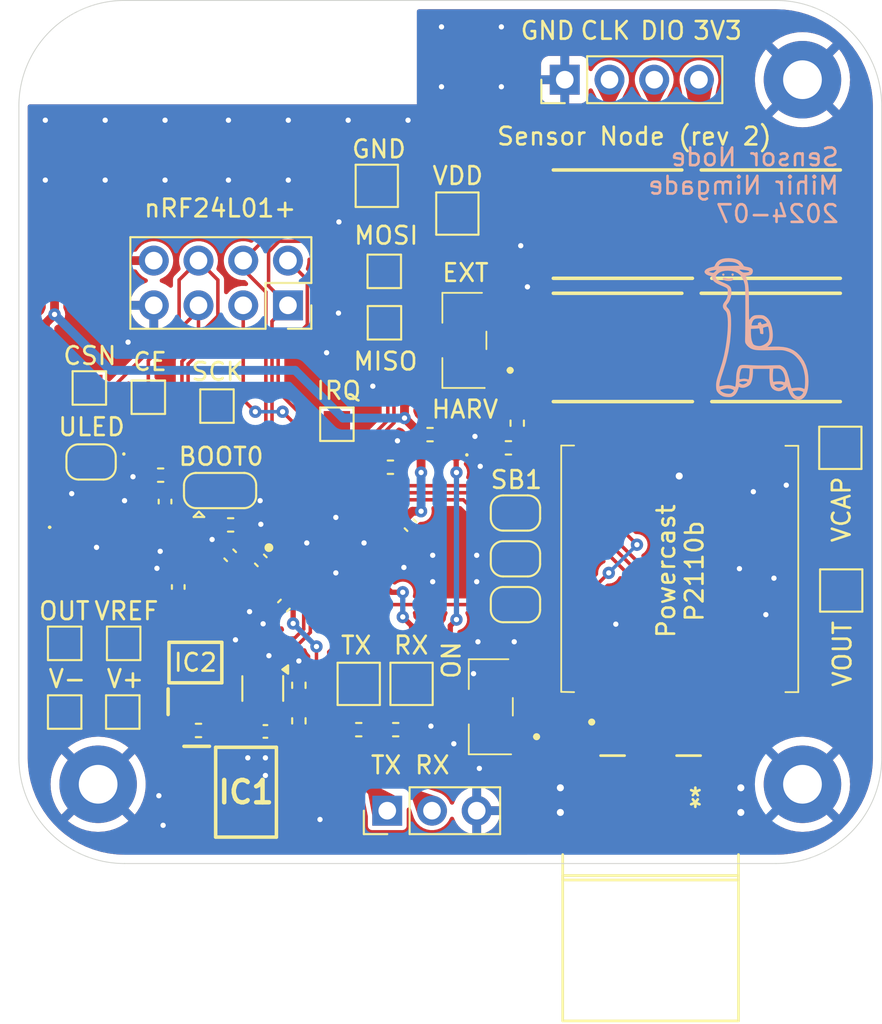
<source format=kicad_pcb>
(kicad_pcb (version 20240108) (generator "pcbnew") (generator_version "8.0")
  (layers (0 "F.Cu" signal) (31 "B.Cu" power) (34 "B.Paste" user) (35 "F.Paste" user) (36 "B.SilkS" user "B.Silkscreen") (37 "F.SilkS" user "F.Silkscreen") (38 "B.Mask" user) (39 "F.Mask" user) (44 "Edge.Cuts" user))
  (net 0 "")
  (net 1 "GND")
  (net 2 "+3.3V")
  (net 3 "/NRST")
  (net 4 "PSENSE_PLUS")
  (net 5 "PSENSE_MINUS")
  (net 6 "Net-(D2-K)")
  (net 7 "/BOOT0")
  (net 9 "NRF_CSN")
  (net 13 "USART1_RX")
  (net 16 "NRF_IRQ")
  (net 17 "NRF_SCK")
  (net 18 "NRF_MISO")
  (net 19 "Net-(JP5-B)")
  (net 20 "Net-(JP6-B)")
  (net 21 "SWCLK")
  (net 22 "Net-(JP9-B)")
  (net 23 "USART1_TX")
  (net 24 "SWDIO")
  (net 25 "NRF_MOSI")
  (net 26 "VDD")
  (net 27 "Net-(D1-A)")
  (net 28 "P2110B_RESET")
  (net 29 "P2110B_DOUT")
  (net 30 "P2110B_DSET")
  (net 33 "P2110B_INT")
  (net 35 "POWER_LED_EN")
  (net 36 "/RFIN")
  (net 37 "NRF_CE")
  (net 39 "Net-(D2-A)")
  (net 41 "/USER_LED")
  (net 42 "Net-(J4-Pin_1)")
  (net 43 "Net-(J4-Pin_2)")
  (net 44 "/VSET")
  (net 46 "VCAP")
  (net 47 "/P2110B_VOUT")
  (net 48 "Net-(JP2-C)")
  (net 49 "Net-(U4-+)")
  (net 50 "Net-(IC2-RG_2)")
  (net 51 "Net-(IC2-RG_1)")
  (net 53 "PSENSE_OUT")
  (net 54 "PSENSE_VREF")
  (footprint "TestPoint:TestPoint_Pad_2.0x2.0mm" (layer "F.Cu") (at 120.65 121.4)
    (property "Reference" "TP18" (hide yes))
    (property "Value" "~")
  )
  (footprint "Resistor_SMD:R_0402_1005Metric" (layer "F.Cu") (at 89.9 136.9 90)
    (property "Reference" "R11" (hide yes))
    (property "Value" "22k")
  )
  (footprint "Package_TO_SOT_SMD:SOT-353_SC-70-5" (layer "F.Cu") (at 87.85 135.065 -90)
    (property "Reference" "U4" (hide yes))
    (property "Value" "TLV9001IDCK")
  )
  (footprint "libtpms:P2110B" (layer "F.Cu") (at 111.53 128.269 90)
    (property "Reference" "PS1" (hide yes))
    (property "Value" "P2110B" (hide yes))
  )
  (footprint "Jumper:SolderJumper-2_P1.3mm_Open_RoundedPad1.0x1.5mm" (layer "F.Cu") (at 102.2 130.3)
    (property "Reference" "JP9" (hide yes))
    (property "Value" "DOUT_EN")
  )
  (footprint "TestPoint:TestPoint_Pad_2.0x2.0mm" (layer "F.Cu") (at 94.325 106.525)
    (property "Reference" "TP17" (hide yes))
    (property "Value" "~")
  )
  (footprint "TestPoint:TestPoint_Pad_1.5x1.5mm" (layer "F.Cu") (at 76.6 136.4)
    (property "Reference" "TP11" (hide yes))
    (property "Value" "~")
  )
  (footprint "Resistor_SMD:R_0402_1005Metric" (layer "F.Cu") (at 84.2 137.445 180)
    (property "Reference" "R13" (hide yes))
    (property "Value" "100k")
  )
  (footprint "TestPoint:TestPoint_Pad_1.5x1.5mm" (layer "F.Cu") (at 92.06 120.06)
    (property "Reference" "TP1" (hide yes))
    (property "Value" "~")
  )
  (footprint "Capacitor_SMD:C_0402_1005Metric" (layer "F.Cu") (at 96.24 125.79 -45)
    (property "Reference" "C4" (hide yes))
    (property "Value" "100n")
  )
  (footprint "Resistor_SMD:R_0402_1005Metric" (layer "F.Cu") (at 82.05 122.95 180)
    (property "Reference" "R5" (hide yes))
    (property "Value" "470R")
  )
  (footprint "Resistor_SMD:R_0402_1005Metric" (layer "F.Cu") (at 89.9 134.88 90)
    (property "Reference" "R14" (hide yes))
    (property "Value" "22k")
  )
  (footprint "libtpms:QFN50P500X500X60-33N-D" (layer "F.Cu") (at 92 126.8 45)
    (property "Reference" "U1" (hide yes))
    (property "Value" "STM32U031K8U6" (hide yes))
  )
  (footprint "Capacitor_SMD:C_0402_1005Metric" (layer "F.Cu") (at 89.05 130.35 -135)
    (property "Reference" "C2" (hide yes))
    (property "Value" "100n")
  )
  (footprint "Capacitor_SMD:C_0402_1005Metric" (layer "F.Cu") (at 87.74 127.79 135)
    (property "Reference" "C3" (hide yes))
    (property "Value" "100n")
  )
  (footprint "libtpms:TS2134035BK160SMTTR" (layer "F.Cu") (at 78.46 126.91)
    (property "Reference" "S4" (hide yes))
    (property "Value" "Pushbutton switch" (hide yes))
  )
  (footprint "Capacitor_SMD:C_0402_1005Metric" (layer "F.Cu") (at 88 137.5 180)
    (property "Reference" "C23" (hide yes))
    (property "Value" "100n")
  )
  (footprint "Capacitor_SMD:C_0402_1005Metric" (layer "F.Cu") (at 83.05 129.3 90)
    (property "Reference" "C24" (hide yes))
    (property "Value" "100n")
  )
  (footprint "Jumper:SolderJumper-2_P1.3mm_Open_RoundedPad1.0x1.5mm" (layer "F.Cu") (at 102.2 125.1)
    (property "Reference" "JP5" (hide yes))
    (property "Value" "INT_EN")
  )
  (footprint "Resistor_SMD:R_0402_1005Metric" (layer "F.Cu") (at 86.025 125.775 180)
    (property "Reference" "R1" (hide yes))
    (property "Value" "100k")
  )
  (footprint "TestPoint:TestPoint_Pad_1.5x1.5mm" (layer "F.Cu") (at 78 118)
    (property "Reference" "TP6" (hide yes))
    (property "Value" "~")
  )
  (footprint "TestPoint:TestPoint_Pad_1.5x1.5mm" (layer "F.Cu") (at 76.6 132.5)
    (property "Reference" "TP9" (hide yes))
    (property "Value" "~")
  )
  (footprint "TestPoint:TestPoint_Pad_1.5x1.5mm" (layer "F.Cu") (at 94.76 114.3)
    (property "Reference" "TP3" (hide yes))
    (property "Value" "~")
  )
  (footprint "LED_SMD:LED_0402_1005Metric" (layer "F.Cu") (at 98.35 121.8 180)
    (property "Reference" "D1" (hide yes))
    (property "Value" "LED")
  )
  (footprint "libtpms:SOP65P490X110-8N" (layer "F.Cu") (at 84.025 133.59 90)
    (property "Reference" "IC2")
    (property "Value" "AD8226ARMZ" (hide yes))
  )
  (footprint "Resistor_SMD:R_0402_1005Metric" (layer "F.Cu") (at 101.8 121.4)
    (property "Reference" "R2" (hide yes))
    (property "Value" "?")
  )
  (footprint "TestPoint:TestPoint_Pad_1.5x1.5mm" (layer "F.Cu") (at 79.95 132.5)
    (property "Reference" "TP12" (hide yes))
    (property "Value" "~")
  )
  (footprint "TestPoint:TestPoint_Pad_1.5x1.5mm" (layer "F.Cu") (at 81.35 118.525)
    (property "Reference" "TP5" (hide yes))
    (property "Value" "~")
  )
  (footprint "Resistor_SMD:R_0402_1005Metric" (layer "F.Cu") (at 97.35 120.65)
    (property "Reference" "R4" (hide yes))
    (property "Value" "470R")
  )
  (footprint "LED_SMD:LED_0402_1005Metric" (layer "F.Cu") (at 81.05 121.75)
    (property "Reference" "D2" (hide yes))
    (property "Value" "LED")
  )
  (footprint "TestPoint:TestPoint_Pad_2.0x2.0mm" (layer "F.Cu") (at 120.7 129.5)
    (property "Reference" "TP16" (hide yes))
    (property "Value" "~")
  )
  (footprint "libtpms:CAPPM7362X375N" (layer "F.Cu") (at 117 115.7)
    (property "Reference" "C8" (hide yes))
    (property "Value" "C_Polarized" (hide yes))
  )
  (footprint "Jumper:SolderJumper-2_P1.3mm_Open_RoundedPad1.0x1.5mm" (layer "F.Cu") (at 102.2 127.7)
    (property "Reference" "JP6" (hide yes))
    (property "Value" "DSET_EN")
  )
  (footprint "Resistor_SMD:R_0402_1005Metric" (layer "F.Cu") (at 102.3 120 -90)
    (property "Reference" "R3" (hide yes))
    (property "Value" "?")
  )
  (footprint "TestPoint:TestPoint_Pad_2.0x2.0mm" (layer "F.Cu") (at 96.3 134.8 -90)
    (property "Reference" "TP14" (hide yes))
    (property "Value" "~")
  )
  (footprint "Connector_PinHeader_2.54mm:PinHeader_1x04_P2.54mm_Vertical" (layer "F.Cu") (at 105 100.5 90)
    (property "Reference" "J2" (hide yes))
    (property "Value" "DEBUG_CONN")
  )
  (footprint "Resistor_SMD:R_0402_1005Metric" (layer "F.Cu") (at 95.1 122.5)
    (property "Reference" "R10" (hide yes))
    (property "Value" "1k")
  )
  (footprint "libtpms:CAPPM7362X375N" (layer "F.Cu") (at 108 115.7 180)
    (property "Reference" "C6" (hide yes))
    (property "Value" "C_Polarized" (hide yes))
  )
  (footprint "Resistor_SMD:R_0402_1005Metric" (layer "F.Cu") (at 93.3 137.4 180)
    (property "Reference" "R6" (hide yes))
    (property "Value" "220R")
  )
  (footprint "libtpms:CAPPM7362X375N" (layer "F.Cu") (at 108 108.7 180)
    (property "Reference" "C5" (hide yes))
    (property "Value" "C_Polarized" (hide yes))
  )
  (footprint "TestPoint:TestPoint_Pad_1.5x1.5mm" (layer "F.Cu") (at 85.25 119.03)
    (property "Reference" "TP2" (hide yes))
    (property "Value" "~")
  )
  (footprint "MountingHole:MountingHole_2.2mm_M2_Pad" (layer "F.Cu") (at 118.5 100.5)
    (property "Reference" "H3" (hide yes))
    (property "Value" "MountingHole" (hide yes))
  )
  (footprint "Capacitor_SMD:C_0402_1005Metric" (layer "F.Cu") (at 82.3 124.45 90)
    (property "Reference" "C22" (hide yes))
    (property "Value" "100n")
  )
  (footprint "TestPoint:TestPoint_Pad_1.5x1.5mm" (layer "F.Cu") (at 94.75 111.38)
    (property "Reference" "TP4" (hide yes))
    (property "Value" "~")
  )
  (footprint "MountingHole:MountingHole_2.2mm_M2_Pad" (layer "F.Cu") (at 118.5 140.5)
    (property "Reference" "H4" (hide yes))
    (property "Value" "MountingHole" (hide yes))
  )
  (footprint "libtpms:CONN_73251-1150_MOL" (layer "F.Cu") (at 109.875 142.404 180)
    (property "Reference" "J3" (hide yes))
    (property "Value" "SMA EDGE CONN")
  )
  (footprint "libtpms:CAPPM7362X375N" (layer "F.Cu") (at 117 108.7)
    (property "Reference" "C1" (hide yes))
    (property "Value" "C_Polarized" (hide yes))
  )
  (footprint "Connector_PinSocket_2.54mm:PinSocket_2x04_P2.54mm_Vertical" (layer "F.Cu") (at 89.28 113.31 -90)
    (property "Reference" "nRF24L01+")
    (property "Value" "NRF_CONN")
  )
  (footprint "Capacitor_SMD:C_0402_1005Metric" (layer "F.Cu") (at 86 127.5 135)
    (property "Reference" "C7" (hide yes))
    (property "Value" "10u")
  )
  (footprint "Jumper:SolderJumper-3_P1.3mm_Open_RoundedPad1.0x1.5mm" (layer "F.Cu") (at 85.425 123.825)
    (property "Reference" "JP2" (hide yes))
    (property "Value" "BOOT_SEL")
  )
  (footprint "TestPoint:TestPoint_Pad_1.5x1.5mm" (layer "F.Cu") (at 79.9 136.4)
    (property "Reference" "TP10" (hide yes))
    (property "Value" "~")
  )
  (footprint "Connector_PinHeader_2.54mm:PinHeader_1x03_P2.54mm_Vertical" (layer "F.Cu") (at 94.92 142 90)
    (property "Reference" "J4" (hide yes))
    (property "Value" "UART_CONN")
  )
  (footprint "TestPoint:TestPoint_Pad_2.0x2.0mm" (layer "F.Cu") (at 93.3 134.8 -90)
    (property "Reference" "TP13" (hide yes))
    (property "Value" "~")
  )
  (footprint "libtpms:CAS120A1" (layer "F.Cu") (at 100.8 136.1 90)
    (property "Reference" "S1" (hide yes))
    (property "Value" "CAS-120A1" (hide yes))
  )
  (footprint "MountingHole:MountingHole_2.2mm_M2_Pad" (layer "F.Cu") (at 78.5 140.5)
    (property "Reference" "H2" (hide yes))
    (property "Value" "MountingHole" (hide yes))
  )
  (footprint "TestPoint:TestPoint_Pad_2.0x2.0mm" (layer "F.Cu") (at 98.9 108.1)
    (property "Reference" "TP15" (hide yes))
    (property "Value" "~")
  )
  (footprint "libtpms:SOIC127P610X280-8N" (layer "F.Cu") (at 86.9 140.95)
    (property "Reference" "IC1")
    (property "Value" "NPP-301A-700AT" (hide yes))
  )
  (footprint "libtpms:CAS120A1" (layer "F.Cu") (at 99.3 115.3 90)
    (property "Reference" "S5" (hide yes))
    (property "Value" "CAS-120A1" (hide yes))
  )
  (footprint "Jumper:SolderJumper-2_P1.3mm_Open_RoundedPad1.0x1.5mm" (layer "F.Cu") (at 78.1 122.2)
    (property "Reference" "JP1" (hide yes))
    (property "Value" "USER_LED_EN")
  )
  (footprint "Resistor_SMD:R_0402_1005Metric" (layer "F.Cu") (at 95.4 137.4 180)
    (property "Reference" "R7" (hide yes))
    (property "Value" "220R")
  )
  (footprint "LOGO" (layer "B.Cu") (at 115.9 114.65 180)
    (property "Reference" "G***" (hide yes))
    (property "Value" "LOGO" (hide yes))
  )
  (gr_arc (start 117 96) (mid 121.242641 97.757359) (end 123 102) (stroke (width 0.05)) (layer "Edge.Cuts"))
  (gr_arc (start 122.999999 138.999999) (mid 121.24264 143.24264) (end 116.999999 144.999999) (stroke (width 0.05)) (layer "Edge.Cuts"))
  (gr_line (start 116.999999 144.999999) (end 80 145) (stroke (width 0.05)) (layer "Edge.Cuts"))
  (gr_line (start 117 96) (end 80.000001 96.000001) (stroke (width 0.05)) (layer "Edge.Cuts"))
  (gr_line (start 123 102) (end 122.999999 138.999999) (stroke (width 0.05)) (layer "Edge.Cuts"))
  (gr_line (start 74 138.999999) (end 74 102.000001) (stroke (width 0.05)) (layer "Edge.Cuts"))
  (gr_arc (start 80.000001 144.999999) (mid 75.75736 143.24264) (end 74.000001 138.999999) (stroke (width 0.05)) (layer "Edge.Cuts"))
  (gr_arc (start 74.000001 102.000001) (mid 75.75736 97.75736) (end 80.000001 96.000001) (stroke (width 0.05)) (layer "Edge.Cuts"))
  (gr_text "Sensor Node\nMihir Nimgade\n2024-07" (at 120.65 108.7 0) (layer "B.SilkS") (effects (font (size 1 1) (thickness 0.15) (bold yes)) (justify left bottom mirror)))
  (gr_text "MOSI" (at 92.95 109.93 0) (layer "F.SilkS") (effects (font (size 1 1)) (justify left bottom)))
  (gr_text "TX" (at 93.9 140 0) (layer "F.SilkS") (effects (font (size 1 1)) (justify left bottom)))
  (gr_text "RX" (at 95.2 133.2 0) (layer "F.SilkS") (effects (font (size 1 1) (thickness 0.15) (bold yes)) (justify left bottom)))
  (gr_text "DIO" (at 109.2 98.3 0) (layer "F.SilkS") (effects (font (size 1 1) (thickness 0.15) (bold yes)) (justify left bottom)))
  (gr_text "SCK" (at 83.71 117.66 0) (layer "F.SilkS") (effects (font (size 1 1) (thickness 0.15) (bold yes)) (justify left bottom)))
  (gr_text "V-" (at 75.6 135.1 0) (layer "F.SilkS") (effects (font (size 1 1) (thickness 0.15) (bold yes)) (justify left bottom)))
  (gr_text "VOUT" (at 121.35 135.05 90) (layer "F.SilkS") (effects (font (size 1 1) (thickness 0.15) (bold yes)) (justify left bottom)))
  (gr_text "TX" (at 92.2 133.2 0) (layer "F.SilkS") (effects (font (size 1 1) (thickness 0.15) (bold yes)) (justify left bottom)))
  (gr_text "3V3" (at 112.2 98.3 0) (layer "F.SilkS") (effects (font (size 1 1) (thickness 0.15) (bold yes)) (justify left bottom)))
  (gr_text "EXT" (at 97.95 112.05 0) (layer "F.SilkS") (effects (font (size 1 1)) (justify left bottom)))
  (gr_text "RX" (at 96.4 140 0) (layer "F.SilkS") (effects (font (size 1 1)) (justify left bottom)))
  (gr_text "VCAP" (at 121.3 126.85 90) (layer "F.SilkS") (effects (font (size 1 1) (thickness 0.15) (bold yes)) (justify left bottom)))
  (gr_text "CSN" (at 76.43 116.76 0) (layer "F.SilkS") (effects (font (size 1 1) (thickness 0.15) (bold yes)) (justify left bottom)))
  (gr_text "ON" (at 99.15 134.6 90) (layer "F.SilkS") (effects (font (size 1 1)) (justify left bottom)))
  (gr_text "OUT" (at 75.05 131.25 0) (layer "F.SilkS") (effects (font (size 1 1) (thickness 0.15) (bold yes)) (justify left bottom)))
  (gr_text "CE" (at 80.39 117.1 0) (layer "F.SilkS") (effects (font (size 1 1) (thickness 0.15) (bold yes)) (justify left bottom)))
  (gr_text "IRQ" (at 90.8 118.74 0) (layer "F.SilkS") (effects (font (size 1 1) (thickness 0.15) (bold yes)) (justify left bottom)))
  (gr_text "GND" (at 92.825 105.025 0) (layer "F.SilkS") (effects (font (size 1 1)) (justify left bottom)))
  (gr_text "ULED" (at 76.15 120.8 0) (layer "F.SilkS") (effects (font (size 1 1)) (justify left bottom)))
  (gr_text "CLK" (at 105.8 98.3 0) (layer "F.SilkS") (effects (font (size 1 1) (thickness 0.15) (bold yes)) (justify left bottom)))
  (gr_text "MISO" (at 92.91 117.075 0) (layer "F.SilkS") (effects (font (size 1 1)) (justify left bottom)))
  (gr_text "V+" (at 78.9 135.1 0) (layer "F.SilkS") (effects (font (size 1 1) (thickness 0.15) (bold yes)) (justify left bottom)))
  (gr_text "Sensor Node (rev 2)" (at 108.95 104.3 0) (layer "F.SilkS") (effects (font (size 1 1) (thickness 0.15) (bold yes)) (justify bottom)))
  (gr_text "SB1" (at 100.7 123.8 0) (layer "F.SilkS") (effects (font (size 1 1) (thickness 0.15) (bold yes)) (justify left bottom)))
  (gr_text "BOOT0" (at 82.98 122.48 0) (layer "F.SilkS") (effects (font (size 1 1) (thickness 0.15) (bold yes)) (justify left bottom)))
  (gr_text "VREF" (at 78.2 131.25 0) (layer "F.SilkS") (effects (font (size 1 1) (thickness 0.15) (bold yes)) (justify left bottom)))
  (gr_text "Powercast\nP2110b" (at 112.95 128.4 90) (layer "F.SilkS") (effects (font (size 1 1) (thickness 0.15) (bold yes)) (justify bottom)))
  (gr_text "VDD" (at 97.4 106.54 0) (layer "F.SilkS") (effects (font (size 1 1)) (justify left bottom)))
  (gr_text "GND" (at 102.4 98.3 0) (layer "F.SilkS") (effects (font (size 1 1) (thickness 0.15) (bold yes)) (justify left bottom)))
  (gr_text "HARV" (at 97.35 119.8 0) (layer "F.SilkS") (effects (font (size 1 1)) (justify left bottom)))
  (segment (start 89.9 134.37) (end 89.9 133.5) (width 0.5) (layer "F.Cu") (net 1))
  (segment (start 86.725 123.825) (end 87.125 123.825) (width 0.5) (layer "F.Cu") (net 1))
  (segment (start 87.975 125.975) (end 88.700127 125.975) (width 0.2) (layer "F.Cu") (net 1))
  (segment (start 87.85 133.55) (end 88.2 133.2) (width 0.2) (layer "F.Cu") (net 1))
  (segment (start 90.745 142.855) (end 89.7 142.855) (width 0.5) (layer "F.Cu") (net 1))
  (segment (start 85.10288 126.60288) (end 85.660589 127.160589) (width 0.5) (layer "F.Cu") (net 1))
  (segment (start 86.3 132.3) (end 85.365 131.365) (width 0.3) (layer "F.Cu") (net 1))
  (segment (start 87.125 123.825) (end 87.7 124.4) (width 0.5) (layer "F.Cu") (net 1))
  (segment (start 87.85 134.115) (end 87.85 133.55) (width 0.2) (layer "F.Cu") (net 1))
  (segment (start 111.5 121.314) (end 111.5 123) (width 0.5) (layer "F.Cu") (net 1))
  (segment (start 88.700127 125.975) (end 89.030152 126.305025) (width 0.2) (layer "F.Cu") (net 1))
  (segment (start 84.97212 126.60288) (end 85.10288 126.60288) (width 0.2) (layer "F.Cu") (net 1))
  (segment (start 91.1 142.5) (end 90.745 142.855) (width 0.5) (layer "F.Cu") (net 1))
  (segment (start 85.365 131.365) (end 85 131.365) (width 0.3) (layer "F.Cu") (net 1))
  (segment (start 95.864873 128.19) (end 94.969848 127.294975) (width 0.2) (layer "F.Cu") (net 1))
  (segment (start 111.53 121.284) (end 111.5 121.314) (width 0.5) (layer "F.Cu") (net 1))
  (segment (start 87.74 125.74) (end 87.975 125.975) (width 0.2) (layer "F.Cu") (net 1))
  (via (at 86.3 132.3) (size 0.7) (drill 0.3) (layers "F.Cu" "B.Cu") (net 1))
  (via (at 92.175 108.575) (size 0.7) (drill 0.3) (layers "F.Cu" "B.Cu") (net 1))
  (via (at 97.4 137.2) (size 0.7) (drill 0.3) (layers "F.Cu" "B.Cu") (net 1))
  (via (at 82.19 142.83) (size 0.7) (drill 0.3) (layers "F.Cu" "B.Cu") (net 1))
  (via (at 116.88 128.8) (size 0.7) (drill 0.3) (layers "F.Cu" "B.Cu") (net 1))
  (via (at 80 124.4) (size 0.7) (drill 0.3) (layers "F.Cu" "B.Cu") (net 1))
  (via (at 87.1 130.7) (size 0.7) (drill 0.3) (layers "F.Cu" "B.Cu") (net 1))
  (via (at 88.2 133.2) (size 0.7) (drill 0.3) (layers "F.Cu" "B.Cu") (net 1))
  (via (at 100.07 132.41) (size 0.7) (drill 0.3) (layers "F.Cu" "B.Cu") (net 1))
  (via (at 91.475 116) (size 0.7) (drill 0.3) (layers "F.Cu" "B.Cu") (net 1))
  (via (at 117.58 123.52) (size 0.7) (drill 0.3) (layers "F.Cu" "B.Cu") (net 1))
  (via (at 100.15 139.6) (size 0.7) (drill 0.3) (layers "F.Cu" "B.Cu") (net 1))
  (via (at 94.1 117.9) (size 0.7) (drill 0.3) (layers "F.Cu" "B.Cu") (net 1))
  (via (at 88 140) (size 0.7) (drill 0.3) (layers "F.Cu" "B.Cu") (net 1))
  (via (at 78.9 106.2) (size 0.7) (drill 0.3) (layers "F.Cu" "B.Cu") (net 1))
  (via (at 98.7 138.2) (size 0.7) (drill 0.3) (layers "F.Cu" "B.Cu") (net 1))
  (via (at 102.88 112.26) (size 0.7) (drill 0.3) (layers "F.Cu" "B.Cu") (net 1))
  (via (at 89.3 102.8) (size 0.7) (drill 0.3) (layers "F.Cu" "B.Cu") (net 1))
  (via (at 82.3 102.8) (size 0.7) (drill 0.3) (layers "F.Cu" "B.Cu") (net 1))
  (via (at 81.95 141.15) (size 0.7) (drill 0.3) (layers "F.Cu" "B.Cu") (net 1))
  (via (at 104.75 140.7) (size 0.9) (drill 0.4) (layers "F.Cu" "B.Cu") (net 1))
  (via (at 115.71 123.89) (size 0.7) (drill 0.3) (layers "F.Cu" "B.Cu") (net 1))
  (via (at 85.9 102.8) (size 0.7) (drill 0.3) (layers "F.Cu" "B.Cu") (net 1))
  (via (at 82.3 106.2) (size 0.7) (drill 0.3) (layers "F.Cu" "B.Cu") (net 1))
  (via (at 78.41 127.05) (size 0.7) (drill 0.3) (layers "F.Cu" "B.Cu") (net 1))
  (via (at 77 124) (size 0.7) (drill 0.3) (layers "F.Cu" "B.Cu") (net 1))
  (via (at 84.97212 126.60288) (size 0.7) (drill 0.3) (layers "F.Cu" "B.Cu") (net 1))
  (via (at 87.74 125.74) (size 0.7) (drill 0.3) (layers "F.Cu" "B.Cu") (net 1))
  (via (at 95.5 121) (size 0.7) (drill 0.3) (layers "F.Cu" "B.Cu") (net 1))
  (via (at 80.48 123.04) (size 0.7) (drill 0.3) (layers "F.Cu" "B.Cu") (net 1))
  (via (at 92 128.5) (size 0.7) (drill 0.3) (layers "F.Cu" "B.Cu") (net 1))
  (via (at 75.5 106.2) (size 0.7) (drill 0.3) (layers "F.Cu" "B.Cu") (net 1))
  (via (at 87.87 131.39) (size 0.7) (drill 0.3) (layers "F.Cu" "B.Cu") (net 1))
  (via (at 88 139) (size 0.7) (drill 0.3) (layers "F.Cu" "B.Cu") (net 1))
  (via (at 92.15 113.75) (size 0.7) (drill 0.3) (layers "F.Cu" "B.Cu") (net 1))
  (via (at 82.025 127.275) (size 0.7) (drill 0.3) (layers "F.Cu" "B.Cu") (net 1))
  (via (at 104.75 142.1) (size 0.9) (drill 0.4) (layers "F.Cu" "B.Cu") (net 1))
  (via (at 92.7 102.8) (size 0.7) (drill 0.3) (layers "F.Cu" "B.Cu") (net 1))
  (via (at 100 129) (size 0.7) (drill 0.3) (layers "F.Cu" "B.Cu") (net 1))
  (via (at 78.9 102.8) (size 0.7) (drill 0.3) (layers "F.Cu" "B.Cu") (net 1))
  (via (at 116.42 130.87) (size 0.7) (drill 0.3) (layers "F.Cu" "B.Cu") (net 1))
  (via (at 115 142.1) (size 0.9) (drill 0.4) (layers "F.Cu" "B.Cu") (net 1))
  (via (at 102.5 109.925) (size 0.7) (drill 0.3) (layers "F.Cu" "B.Cu") (net 1))
  (via (at 99.9 120.75) (size 0.7) (drill 0.3) (layers "F.Cu" "B.Cu") (net 1))
  (via (at 96.1 102.8) (size 0.7) (drill 0.3) (layers "F.Cu" "B.Cu") (net 1))
  (via (at 89.3 106.2) (size 0.7) (drill 0.3) (layers "F.Cu" "B.Cu") (net 1))
  (via (at 99.82 134.22) (size 0.7) (drill 0.3) (layers "F.Cu" "B.Cu") (net 1))
  (via (at 95.864873 128.19) (size 0.7) (drill 0.3) (layers "F.Cu" "B.Cu") (net 1))
  (via (at 111.5 123) (size 0.9) (drill 0.4) (layers "F.Cu" "B.Cu") (net 1))
  (via (at 91.1 142.5) (size 0.7) (drill 0.3) (layers "F.Cu" "B.Cu") (net 1))
  (via (at 100.2 122.45) (size 0.7) (drill 0.3) (layers "F.Cu" "B.Cu") (net 1))
  (via (at 81.84 128.24) (size 0.7) (drill 0.3) (layers "F.Cu" "B.Cu") (net 1))
  (via (at 97.5 127.5) (size 0.7) (drill 0.3) (layers "F.Cu" "B.Cu") (net 1))
  (via (at 100 127.5) (size 0.7) (drill 0.3) (layers "F.Cu" "B.Cu") (net 1))
  (via (at 102.13 132.41) (size 0.7) (drill 0.3) (layers "F.Cu" "B.Cu") (net 1))
  (via (at 107.9 131.41) (size 0.7) (drill 0.3) (layers "F.Cu" "B.Cu") (net 1))
  (via (at 87.7 124.4) (size 0.7) (drill 0.3) (layers "F.Cu" "B.Cu") (net 1))
  (via (at 87 139) (size 0.7) (drill 0.3) (layers "F.Cu" "B.Cu") (net 1))
  (via (at 92 125.35) (size 0.7) (drill 0.3) (layers "F.Cu" "B.Cu") (net 1))
  (via (at 115 140.7) (size 0.9) (drill 0.4) (layers "F.Cu" "B.Cu") (net 1))
  (via (at 93.6 126.8) (size 0.7) (drill 0.3) (layers "F.Cu" "B.Cu") (net 1))
  (via (at 89.9 133.5) (size 0.7) (drill 0.3) (layers "F.Cu" "B.Cu") (net 1))
  (via (at 98 97.5) (size 0.7) (drill 0.3) (layers "F.Cu" "B.Cu") (net 1))
  (via (at 98 100.9) (size 0.7) (drill 0.3) (layers "F.Cu" "B.Cu") (net 1))
  (via (at 90.35 126.8) (size 0.7) (drill 0.3) (layers "F.Cu" "B.Cu") (net 1))
  (via (at 101.4 97.5) (size 0.7) (drill 0.3) (layers "F.Cu" "B.Cu") (net 1))
  (via (at 114.92 128.26) (size 0.7) (drill 0.3) (layers "F.Cu" "B.Cu") (net 1))
  (via (at 80.2 115.4) (size 0.7) (drill 0.3) (layers "F.Cu" "B.Cu") (net 1))
  (via (at 85.9 106.2) (size 0.7) (drill 0.3) (layers "F.Cu" "B.Cu") (net 1))
  (via (at 75.5 102.8) (size 0.7) (drill 0.3) (layers "F.Cu" "B.Cu") (net 1))
  (via (at 97.5 129) (size 0.7) (drill 0.3) (layers "F.Cu" "B.Cu") (net 1))
  (via (at 101.4 100.9) (size 0.7) (drill 0.3) (layers "F.Cu" "B.Cu") (net 1))
  (segment (start 112.62 100.5) (end 112.62 102.68) (width 1) (layer "F.Cu") (net 2))
  (segment (start 112.62 102.68) (end 110.4 104.9) (width 1) (layer "F.Cu") (net 2))
  (segment (start 101.1 112.9) (end 100.45 113.55) (width 1) (layer "F.Cu") (net 2))
  (segment (start 110.4 104.9) (end 103.1 104.9) (width 1) (layer "F.Cu") (net 2))
  (segment (start 101.1 106.9) (end 101.1 112.9) (width 1) (layer "F.Cu") (net 2))
  (segment (start 103.1 104.9) (end 101.1 106.9) (width 1) (layer "F.Cu") (net 2))
  (segment (start 90.090812 128.355635) (end 89.046447 129.4) (width 0.2) (layer "F.Cu") (net 3))
  (segment (start 82.3 126.055686) (end 82.3 124.93) (width 0.2) (layer "F.Cu") (net 3))
  (segment (start 85.636396 129.4) (end 84.626396 128.39) (width 0.2) (layer "F.Cu") (net 3))
  (segment (start 84.626396 128.39) (end 84.626396 128.382082) (width 0.2) (layer "F.Cu") (net 3))
  (segment (start 89.046447 129.4) (end 85.636396 129.4) (width 0.2) (layer "F.Cu") (net 3))
  (segment (start 76.835 125.91) (end 80.085 125.91) (width 0.2) (layer "F.Cu") (net 3))
  (segment (start 81.065 124.93) (end 82.3 124.93) (width 0.2) (layer "F.Cu") (net 3))
  (segment (start 80.085 125.91) (end 81.065 124.93) (width 0.2) (layer "F.Cu") (net 3))
  (segment (start 84.626396 128.382082) (end 82.3 126.055686) (width 0.2) (layer "F.Cu") (net 3))
  (segment (start 92 133.15) (end 92 142.8) (width 0.2) (layer "F.Cu") (net 4))
  (segment (start 93.55 130.117767) (end 93.55 131.6) (width 0.2) (layer "F.Cu") (net 4))
  (segment (start 93.55 131.6) (end 92 133.15) (width 0.2) (layer "F.Cu") (net 4))
  (segment (start 92.848528 129.416295) (end 93.55 130.117767) (width 0.2) (layer "F.Cu") (net 4))
  (segment (start 82.3 137.8) (end 82.3 139.44) (width 0.2) (layer "F.Cu") (net 4))
  (segment (start 83.05 135.815) (end 83.05 137.05) (width 0.2) (layer "F.Cu") (net 4))
  (segment (start 79.9 136.4) (end 81.87 136.4) (width 0.2) (layer "F.Cu") (net 4))
  (segment (start 85.515 140.315) (end 84.1 140.315) (width 0.2) (layer "F.Cu") (net 4))
  (segment (start 81.87 136.4) (end 82.3 136.83) (width 0.2) (layer "F.Cu") (net 4))
  (segment (start 82.3 139.44) (end 83.175 140.315) (width 0.2) (layer "F.Cu") (net 4))
  (segment (start 91.295 143.505) (end 88.705 143.505) (width 0.2) (layer "F.Cu") (net 4))
  (segment (start 88.705 143.505) (end 85.515 140.315) (width 0.2) (layer "F.Cu") (net 4))
  (segment (start 92 142.8) (end 91.295 143.505) (width 0.2) (layer "F.Cu") (net 4))
  (segment (start 83.05 137.05) (end 82.3 137.8) (width 0.2) (layer "F.Cu") (net 4))
  (segment (start 82.3 136.83) (end 82.3 137.8) (width 0.2) (layer "F.Cu") (net 4))
  (segment (start 83.175 140.315) (end 84.1 140.315) (width 0.2) (layer "F.Cu") (net 4))
  (segment (start 84.61 134.4) (end 85 134.79) (width 0.3) (layer "F.Cu") (net 5))
  (segment (start 86 139.6) (end 86 136.815) (width 0.3) (layer "F.Cu") (net 5))
  (segment (start 90.415 141.585) (end 91.6 140.4) (width 0.2) (layer "F.Cu") (net 5))
  (segment (start 76.6 136.4) (end 78.6 134.4) (width 0.3) (layer "F.Cu") (net 5))
  (segment (start 85 134.79) (end 85 135.815) (width 0.3) (layer "F.Cu") (net 5))
  (segment (start 89.7 141.585) (end 87.985 141.585) (width 0.3) (layer "F.Cu") (net 5))
  (segment (start 86 136.815) (end 85 135.815) (width 0.3) (layer "F.Cu") (net 5))
  (segment (start 78.6 134.4) (end 84.61 134.4) (width 0.3) (layer "F.Cu") (net 5))
  (segment (start 87.985 141.585) (end 86 139.6) (width 0.3) (layer "F.Cu") (net 5))
  (segment (start 93.15 130.424873) (end 92.494975 129.769848) (width 0.2) (layer "F.Cu") (net 5))
  (segment (start 89.7 141.585) (end 90.415 141.585) (width 0.2) (layer "F.Cu") (net 5))
  (segment (start 91.6 132.984314) (end 93.15 131.434314) (width 0.2) (layer "F.Cu") (net 5))
  (segment (start 91.6 140.4) (end 91.6 132.984314) (width 0.2) (layer "F.Cu") (net 5))
  (segment (start 93.15 131.434314) (end 93.15 130.424873) (width 0.2) (layer "F.Cu") (net 5))
  (segment (start 78.75 122.2) (end 80.115 122.2) (width 0.2) (layer "F.Cu") (net 6))
  (segment (start 80.115 122.2) (end 80.565 121.75) (width 0.2) (layer "F.Cu") (net 6))
  (segment (start 87.26 125.05) (end 88.482233 125.05) (width 0.2) (layer "F.Cu") (net 7))
  (segment (start 86.535 125.775) (end 87.26 125.05) (width 0.2) (layer "F.Cu") (net 7))
  (segment (start 88.482233 125.05) (end 89.383705 125.951472) (width 0.2) (layer "F.Cu") (net 7))
  (segment (start 85.3 113.915025) (end 84.55 114.665025) (width 0.2) (layer "F.Cu") (net 9))
  (segment (start 79.3 118) (end 78 118) (width 0.2) (layer "F.Cu") (net 9))
  (segment (start 83.61 120.245026) (end 85.834974 122.47) (width 0.2) (layer "F.Cu") (net 9))
  (segment (start 83.1 111.87) (end 83.1 114.2) (width 0.2) (layer "F.Cu") (net 9))
  (segment (start 87.316447 122.47) (end 90.090812 125.244365) (width 0.2) (layer "F.Cu") (net 9))
  (segment (start 84.55 115.694974) (end 83.61 116.634974) (width 0.2) (layer "F.Cu") (net 9))
  (segment (start 84.2 110.77) (end 85.3 111.87) (width 0.2) (layer "F.Cu") (net 9))
  (segment (start 83.61 116.634974) (end 83.61 120.245026) (width 0.2) (layer "F.Cu") (net 9))
  (segment (start 83.1 114.2) (end 79.3 118) (width 0.2) (layer "F.Cu") (net 9))
  (segment (start 85.3 111.87) (end 85.3 113.915025) (width 0.2) (layer "F.Cu") (net 9))
  (segment (start 84.55 114.665025) (end 84.55 115.694974) (width 0.2) (layer "F.Cu") (net 9))
  (segment (start 84.2 110.77) (end 83.1 111.87) (width 0.2) (layer "F.Cu") (net 9))
  (segment (start 85.834974 122.47) (end 87.316447 122.47) (width 0.2) (layer "F.Cu") (net 9))
  (segment (start 95.8 129.6) (end 95.153553 129.6) (width 0.3) (layer "F.Cu") (net 13))
  (segment (start 96.3 131.5) (end 96.3 134.8) (width 0.3) (layer "F.Cu") (net 13))
  (segment (start 94.89 137.4) (end 94.89 137.01) (width 0.3) (layer "F.Cu") (net 13))
  (segment (start 94.89 137.01) (end 96.3 135.6) (width 0.3) (layer "F.Cu") (net 13))
  (segment (start 96.3 135.6) (end 96.3 134.8) (width 0.3) (layer "F.Cu") (net 13))
  (segment (start 95.153553 129.6) (end 93.909188 128.355635) (width 0.3) (layer "F.Cu") (net 13))
  (segment (start 95.8 131) (end 96.3 131.5) (width 0.3) (layer "F.Cu") (net 13))
  (via (at 95.8 129.6) (size 0.7) (drill 0.3) (layers "F.Cu" "B.Cu") (net 13))
  (via (at 95.8 131) (size 0.7) (drill 0.3) (layers "F.Cu" "B.Cu") (net 13))
  (segment (start 95.8 131) (end 95.8 129.6) (width 0.3) (layer "B.Cu") (net 13))
  (segment (start 90.28 119.77) (end 90.28 122.605127) (width 0.2) (layer "F.Cu") (net 16))
  (segment (start 90.28 122.605127) (end 91.505025 123.830152) (width 0.2) (layer "F.Cu") (net 16))
  (segment (start 90.38 114.41) (end 88.725 116.065) (width 0.2) (layer "F.Cu") (net 16))
  (segment (start 89.28 110.77) (end 90.38 111.87) (width 0.2) (layer "F.Cu") (net 16))
  (segment (start 88.725 116.065) (end 88.725 118.215) (width 0.2) (layer "F.Cu") (net 16))
  (segment (start 88.725 118.215) (end 90.57 120.06) (width 0.2) (layer "F.Cu") (net 16))
  (segment (start 90.38 111.87) (end 90.38 114.41) (width 0.2) (layer "F.Cu") (net 16))
  (segment (start 90.57 120.06) (end 92.06 120.06) (width 0.2) (layer "F.Cu") (net 16))
  (segment (start 90.57 120.06) (end 90.28 119.77) (width 0.2) (layer "F.Cu") (net 16))
  (segment (start 89.7 122.732233) (end 91.151472 124.183705) (width 0.2) (layer "F.Cu") (net 17))
  (segment (start 87.425 119.35) (end 86.74 118.665) (width 0.2) (layer "F.Cu") (net 17))
  (segment (start 86.375 119.03) (end 85.25 119.03) (width 0.2) (layer "F.Cu") (net 17))
  (segment (start 89.7 120.075) (end 89.7 122.732233) (width 0.2) (layer "F.Cu") (net 17))
  (segment (start 86.74 118.665) (end 86.74 113.31) (width 0.2) (layer "F.Cu") (net 17))
  (segment (start 88.975 119.35) (end 89.7 120.075) (width 0.2) (layer "F.Cu") (net 17))
  (segment (start 86.74 118.665) (end 86.375 119.03) (width 0.2) (layer "F.Cu") (net 17))
  (via (at 88.975 119.35) (size 0.7) (drill 0.3) (layers "F.Cu" "B.Cu") (net 17))
  (via (at 87.425 119.35) (size 0.7) (drill 0.3) (layers "F.Cu" "B.Cu") (net 17))
  (segment (start 87.425 119.35) (end 88.975 119.35) (width 0.2) (layer "B.Cu") (net 17))
  (segment (start 89.28 113.31) (end 88.18 112.21) (width 0.2) (layer "F.Cu") (net 18))
  (segment (start 88.18 112.21) (end 88.18 110.27) (width 0.2) (layer "F.Cu") (net 18))
  (segment (start 88.78 109.67) (end 90.13 109.67) (width 0.2) (layer "F.Cu") (net 18))
  (segment (start 90.13 109.67) (end 94.76 114.3) (width 0.2) (layer "F.Cu") (net 18))
  (segment (start 89.28 113.31) (end 88.375 114.215) (width 0.2) (layer "F.Cu") (net 18))
  (segment (start 88.375 114.215) (end 88.375 122.11434) (width 0.2) (layer "F.Cu") (net 18))
  (segment (start 88.375 122.11434) (end 90.797918 124.537258) (width 0.2) (layer "F.Cu") (net 18))
  (segment (start 88.18 110.27) (end 88.78 109.67) (width 0.2) (layer "F.Cu") (net 18))
  (segment (start 114.832 134.1315) (end 105.8005 125.1) (width 0.2) (layer "F.Cu") (net 19))
  (segment (start 105.8005 125.1) (end 102.85 125.1) (width 0.2) (layer "F.Cu") (net 19))
  (segment (start 114.832 135.254) (end 114.832 134.1315) (width 0.2) (layer "F.Cu") (net 19))
  (segment (start 113.181 133.15625) (end 106.78475 126.76) (width 0.2) (layer "F.Cu") (net 20))
  (segment (start 106.78475 126.76) (end 103.79 126.76) (width 0.2) (layer "F.Cu") (net 20))
  (segment (start 103.79 126.76) (end 102.85 127.7) (width 0.2) (layer "F.Cu") (net 20))
  (segment (start 113.181 135.254) (end 113.181 133.15625) (width 0.2) (layer "F.Cu") (net 20))
  (segment (start 102.644365 103.8) (end 100.544365 105.9) (width 0.2) (layer "F.Cu") (net 21))
  (segment (start 96.65 117.02292) (end 94.95 118.72292) (width 0.2) (layer "F.Cu") (net 21))
  (segment (start 100.544365 105.9) (end 97.305026 105.9) (width 0.2) (layer "F.Cu") (net 21))
  (segment (start 92.494975 123.825025) (end 92.494975 123.830152) (width 0.2) (layer "F.Cu") (net 21))
  (segment (start 107.54 103.06) (end 106.8 103.8) (width 0.2) (layer "F.Cu") (net 21))
  (segment (start 96.65 106.555026) (end 96.65 117.02292) (width 0.2) (layer "F.Cu") (net 21))
  (segment (start 94.95 118.72292) (end 94.95 119.835026) (width 0.2) (layer "F.Cu") (net 21))
  (segment (start 93.37 121.415026) (end 93.37 122.95) (width 0.2) (layer "F.Cu") (net 21))
  (segment (start 107.54 100.5) (end 107.54 103.06) (width 0.2) (layer "F.Cu") (net 21))
  (segment (start 93.37 122.95) (end 92.494975 123.825025) (width 0.2) (layer "F.Cu") (net 21))
  (segment (start 106.8 103.8) (end 102.644365 103.8) (width 0.2) (layer "F.Cu") (net 21))
  (segment (start 97.305026 105.9) (end 96.65 106.555026) (width 0.2) (layer "F.Cu") (net 21))
  (segment (start 94.95 119.835026) (end 93.37 121.415026) (width 0.2) (layer "F.Cu") (net 21))
  (segment (start 108.198 125.998) (end 108.198 121.314) (width 0.2) (layer "F.Cu") (net 22))
  (segment (start 107.5 128.5) (end 105.7 130.3) (width 0.2) (layer "F.Cu") (net 22))
  (segment (start 108.198 121.314) (end 108.228 121.284) (width 0.2) (layer "F.Cu") (net 22))
  (segment (start 109.1 126.9) (end 108.198 125.998) (width 0.2) (layer "F.Cu") (net 22))
  (segment (start 105.7 130.3) (end 102.85 130.3) (width 0.2) (layer "F.Cu") (net 22))
  (via (at 107.5 128.5) (size 0.7) (drill 0.3) (layers "F.Cu" "B.Cu") (net 22))
  (via (at 109.1 126.9) (size 0.7) (drill 0.3) (layers "F.Cu" "B.Cu") (net 22))
  (segment (start 109.1 126.9) (end 107.5 128.5) (width 0.2) (layer "B.Cu") (net 22))
  (segment (start 94 129.86066) (end 93.202082 129.062742) (width 0.3) (layer "F.Cu") (net 23))
  (segment (start 93.09 135.01) (end 93.09 137.1) (width 0.3) (layer "F.Cu") (net 23))
  (segment (start 94 134.1) (end 94 129.86066) (width 0.3) (layer "F.Cu") (net 23))
  (segment (start 93.3 134.8) (end 93.09 135.01) (width 0.3) (layer "F.Cu") (net 23))
  (segment (start 93.3 134.8) (end 94 134.1) (width 0.3) (layer "F.Cu") (net 23))
  (segment (start 93.09 137.1) (end 92.79 137.4) (width 0.3) (layer "F.Cu") (net 23))
  (segment (start 92.848528 124.183705) (end 93.72 123.312233) (width 0.2) (layer "F.Cu") (net 24))
  (segment (start 110.08 103.02) (end 110.08 100.5) (width 0.2) (layer "F.Cu") (net 24))
  (segment (start 95.3 118.867894) (end 97 117.167894) (width 0.2) (layer "F.Cu") (net 24))
  (segment (start 93.72 121.56) (end 95.3 119.98) (width 0.2) (layer "F.Cu") (net 24))
  (segment (start 97.45 106.25) (end 100.68934 106.25) (width 0.2) (layer "F.Cu") (net 24))
  (segment (start 108.95 104.15) (end 110.08 103.02) (width 0.2) (layer "F.Cu") (net 24))
  (segment (start 95.3 119.98) (end 95.3 118.867894) (width 0.2) (layer "F.Cu") (net 24))
  (segment (start 93.72 123.312233) (end 93.72 121.56) (width 0.2) (layer "F.Cu") (net 24))
  (segment (start 97 117.167894) (end 97 106.7) (width 0.2) (layer "F.Cu") (net 24))
  (segment (start 100.68934 106.25) (end 102.78934 104.15) (width 0.2) (layer "F.Cu") (net 24))
  (segment (start 97 106.7) (end 97.45 106.25) (width 0.2) (layer "F.Cu") (net 24))
  (segment (start 102.78934 104.15) (end 108.95 104.15) (width 0.2) (layer "F.Cu") (net 24))
  (segment (start 88.19 109.32) (end 90.274975 109.32) (width 0.2) (layer "F.Cu") (net 25))
  (segment (start 86.74 110.77) (end 88.19 109.32) (width 0.2) (layer "F.Cu") (net 25))
  (segment (start 86.74 111.264974) (end 88.025 112.549974) (width 0.2) (layer "F.Cu") (net 25))
  (segment (start 88.025 122.471447) (end 90.444365 124.890812) (width 0.2) (layer "F.Cu") (net 25))
  (segment (start 90.274975 109.32) (end 92.334975 111.38) (width 0.2) (layer "F.Cu") (net 25))
  (segment (start 86.74 110.77) (end 86.74 111.264974) (width 0.2) (layer "F.Cu") (net 25))
  (segment (start 88.025 112.549974) (end 88.025 122.471447) (width 0.2) (layer "F.Cu") (net 25))
  (segment (start 92.334975 111.38) (end 94.75 111.38) (width 0.2) (layer "F.Cu") (net 25))
  (segment (start 84.2 126.75) (end 85.672536 128.222536) (width 0.3) (layer "F.Cu") (net 26))
  (segment (start 75.51 114.34) (end 75.51 119.29) (width 0.5) (layer "F.Cu") (net 26))
  (segment (start 95.824284 125.450589) (end 94.969848 126.305025) (width 0.2) (layer "F.Cu") (net 26))
  (segment (start 83.05 129.78) (end 83.05 131.365) (width 0.3) (layer "F.Cu") (net 26))
  (segment (start 76.6 129.3) (end 81.199339 129.3) (width 0.5) (layer "F.Cu") (net 26))
  (segment (start 77 120.5) (end 80.95 120.5) (width 0.5) (layer "F.Cu") (net 26))
  (segment (start 86.339411 127.839411) (end 86.848614 128.348614) (width 0.3) (layer "F.Cu") (net 26))
  (segment (start 89.9 138.845) (end 89.7 139.045) (width 0.2) (layer "F.Cu") (net 26))
  (segment (start 88.48 136.035) (end 88.5 136.015) (width 0.2) (layer "F.Cu") (net 26))
  (segment (start 89.228822 129.85) (end 89.389411 130.010589) (width 0.3) (layer "F.Cu") (net 26))
  (segment (start 95.9 118.975) (end 95.9 119.71) (width 0.5) (layer "F.Cu") (net 26))
  (segment (start 86.848614 128.348614) (end 87.860208 128.348614) (width 0.3) (layer "F.Cu") (net 26))
  (segment (start 85.672536 128.222536) (end 85.956286 128.222536) (width 0.3) (layer "F.Cu") (net 26))
  (segment (start 76.025 113.825) (end 76.025 112.105) (width 0.5) (layer "F.Cu") (net 26))
  (segment (start 81.679339 129.78) (end 83.05 129.78) (width 0.5) (layer "F.Cu") (net 26))
  (segment (start 98.15 115.3) (end 98.15 116.725) (width 0.5) (layer "F.Cu") (net 26))
  (segment (start 96.84 120.65) (end 96.84 122.8) (width 0.5) (layer "F.Cu") (net 26))
  (segment (start 75.51 128.21) (end 76.6 129.3) (width 0.5) (layer "F.Cu") (net 26))
  (segment (start 82.3 120.8) (end 84.125 122.625) (width 0.5) (layer "F.Cu") (net 26))
  (segment (start 76.025 113.825) (end 75.51 114.34) (width 0.5) (layer "F.Cu") (net 26))
  (segment (start 84.125 123.825) (end 84.2 123.9) (width 0.3) (layer "F.Cu") (net 26))
  (segment (start 83.05 129.78) (end 83.12 129.85) (width 0.3) (layer "F.Cu") (net 26))
  (segment (start 88.195716 128.129411) (end 89.030152 127.294975) (width 0.3) (layer "F.Cu") (net 26))
  (segment (start 89.9 137.41) (end 88.57 137.41) (width 0.2) (layer "F.Cu") (net 26))
  (segment (start 90.9 136.41) (end 89.9 137.41) (width 0.2) (layer "F.Cu") (net 26))
  (segment (start 75.65 119.15) (end 77 120.5) (width 0.5) (layer "F.Cu") (net 26))
  (segment (start 98.15 109.7) (end 98.9 108.95) (width 0.5) (layer "F.Cu") (net 26))
  (segment (start 89.575 130.196178) (end 89.389411 130.010589) (width 0.3) (layer "F.Cu") (net 26))
  (segment (start 96.351178 125) (end 95.900589 125.450589) (width 0.5) (layer "F.Cu") (net 26))
  (segment (start 75.65 119.15) (end 75.51 119.29) (width 0.5) (layer "F.Cu") (net 26))
  (segment (start 89.389411 129.764142) (end 90.444365 128.709188) (width 0.3) (layer "F.Cu") (net 26))
  (segment (start 96.84 125) (end 96.351178 125) (width 0.5) (layer "F.Cu") (net 26))
  (segment (start 80.95 120.5) (end 81.25 120.8) (width 0.5) (layer "F.Cu") (net 26))
  (segment (start 90.9 132.68) (end 90.9 136.41) (width 0.2) (layer "F.Cu") (net 26))
  (segment (start 88.57 137.41) (end 88.48 137.5) (width 0.2) (layer "F.Cu") (net 26))
  (segment (start 95.900589 125.450589) (end 95.824284 125.450589) (width 0.2) (layer "F.Cu") (net 26))
  (segment (start 81.25 120.8) (end 82.3 120.8) (width 0.5) (layer "F.Cu") (net 26))
  (segment (start 84.2 123.9) (end 84.2 126.75) (width 0.3) (layer "F.Cu") (net 26))
  (segment (start 95.9 119.71) (end 96.84 120.65) (width 0.5) (layer "F.Cu") (net 26))
  (segment (start 84.125 122.625) (end 84.125 123.825) (width 0.5) (layer "F.Cu") (net 26))
  (segment (start 89.389411 130.010589) (end 89.389411 129.764142) (width 0.3) (layer "F.Cu") (net 26))
  (segment (start 89.575 131.37) (end 89.575 130.196178) (width 0.3) (layer "F.Cu") (net 26))
  (segment (start 98.9 108.95) (end 98.9 108.1) (width 0.5) (layer "F.Cu") (net 26))
  (segment (start 76.025 112.105) (end 77.36 110.77) (width 0.5) (layer "F.Cu") (net 26))
  (segment (start 81.199339 129.3) (end 81.679339 129.78) (width 0.5) (layer "F.Cu") (net 26))
  (segment (start 87.860208 128.348614) (end 88.079411 128.129411) (width 0.3) (layer "F.Cu") (net 26))
  (segment (start 83.12 129.85) (end 89.228822 129.85) (width 0.3) (layer "F.Cu") (net 26))
  (segment (start 85.956286 128.222536) (end 86.339411 127.839411) (width 0.3) (layer "F.Cu") (net 26))
  (segment (start 98.15 115.3) (end 98.15 109.7) (width 0.5) (layer "F.Cu") (net 26))
  (segment (start 88.079411 128.129411) (end 88.195716 128.129411) (width 0.3) (layer "F.Cu") (net 26))
  (segment (start 89.9 137.41) (end 89.9 138.845) (width 0.2) (layer "F.Cu") (net 26))
  (segment (start 75.51 119.29) (end 75.51 128.21) (width 0.5) (layer "F.Cu") (net 26))
  (segment (start 88.48 137.5) (end 88.48 136.035) (width 0.2) (layer "F.Cu") (net 26))
  (segment (start 77.36 110.77) (end 81.66 110.77) (width 0.5) (layer "F.Cu") (net 26))
  (segment (start 98.15 116.725) (end 95.9 118.975) (width 0.5) (layer "F.Cu") (net 26))
  (via (at 89.575 131.37) (size 0.7) (drill 0.3) (layers "F.Cu" "B.Cu") (net 26))
  (via (at 96.84 122.8) (size 0.7) (drill 0.3) (layers "F.Cu" "B.Cu") (net 26))
  (via (at 95.9 119.71) (size 0.7) (drill 0.3) (layers "F.Cu" "B.Cu") (net 26))
  (via (at 76.025 113.825) (size 0.7) (drill 0.3) (layers "F.Cu" "B.Cu") (net 26))
  (via (at 96.84 125) (size 0.7) (drill 0.3) (layers "F.Cu" "B.Cu") (net 26))
  (via (at 90.9 132.68) (size 0.7) (drill 0.3) (layers "F.Cu" "B.Cu") (net 26))
  (segment (start 89.69 117) (end 92.4 119.71) (width 0.5) (layer "B.Cu") (net 26))
  (segment (start 79.2 117) (end 89.69 117) (width 0.5) (layer "B.Cu") (net 26))
  (segment (start 90.885 132.68) (end 89.575 131.37) (width 0.3) (layer "B.Cu") (net 26))
  (segment (start 96.84 122.8) (end 96.84 125) (width 0.5) (layer "B.Cu") (net 26))
  (segment (start 90.9 132.68) (end 90.885 132.68) (width 0.3) (layer "B.Cu") (net 26))
  (segment (start 76.025 113.825) (end 79.2 117) (width 0.5) (layer "B.Cu") (net 26))
  (segment (start 92.4 119.71) (end 95.9 119.71) (width 0.5) (layer "B.Cu") (net 26))
  (segment (start 97.86 120.65) (end 97.86 121.755) (width 0.3) (layer "F.Cu") (net 27))
  (segment (start 97.86 121.755) (end 97.815 121.8) (width 0.3) (layer "F.Cu") (net 27))
  (segment (start 94.59 123.14) (end 94.59 122.5) (width 0.2) (layer "F.Cu") (net 28))
  (segment (start 95 123.55) (end 94.896447 123.55) (width 0.2) (layer "F.Cu") (net 28))
  (segment (start 116.483 135.254) (end 116.483 134.053) (width 0.2) (layer "F.Cu") (net 28))
  (segment (start 95 123.55) (end 94.59 123.14) (width 0.2) (layer "F.Cu") (net 28))
  (segment (start 94.896447 123.55) (end 93.555635 124.890812) (width 0.2) (layer "F.Cu") (net 28))
  (segment (start 116.483 134.053) (end 115.38 132.95) (width 0.2) (layer "F.Cu") (net 28))
  (segment (start 104.816186 123.55) (end 95 123.55) (width 0.2) (layer "F.Cu") (net 28))
  (segment (start 115.38 132.95) (end 114.216186 132.95) (width 0.2) (layer "F.Cu") (net 28))
  (segment (start 114.216186 132.95) (end 104.816186 123.55) (width 0.2) (layer "F.Cu") (net 28))
  (segment (start 95.146447 130.3) (end 93.555635 128.709188) (width 0.2) (layer "F.Cu") (net 29))
  (segment (start 101.55 130.3) (end 95.146447 130.3) (width 0.2) (layer "F.Cu") (net 29))
  (segment (start 101.55 126.655686) (end 99.244314 124.35) (width 0.2) (layer "F.Cu") (net 30))
  (segment (start 95.51066 124.35) (end 94.262742 125.597918) (width 0.2) (layer "F.Cu") (net 30))
  (segment (start 99.244314 124.35) (end 95.51066 124.35) (width 0.2) (layer "F.Cu") (net 30))
  (segment (start 101.55 127.7) (end 101.55 126.655686) (width 0.2) (layer "F.Cu") (net 30))
  (segment (start 101.55 125.1) (end 100.63 125.1) (width 0.2) (layer "F.Cu") (net 33))
  (segment (start 95.203553 123.95) (end 93.909188 125.244365) (width 0.2) (layer "F.Cu") (net 33))
  (segment (start 99.48 123.95) (end 95.203553 123.95) (width 0.2) (layer "F.Cu") (net 33))
  (segment (start 100.63 125.1) (end 99.48 123.95) (width 0.2) (layer "F.Cu") (net 33))
  (segment (start 98.835 121.8) (end 98.835 122.785) (width 0.3) (layer "F.Cu") (net 35))
  (segment (start 98.85 122.8) (end 98.835 122.815) (width 0.3) (layer "F.Cu") (net 35))
  (segment (start 98.5 134.95) (end 99.65 136.1) (width 0.3) (layer "F.Cu") (net 35))
  (segment (start 98.85 131.15) (end 98.5 131.5) (width 0.3) (layer "F.Cu") (net 35))
  (segment (start 98.5 131.5) (end 98.5 134.95) (width 0.3) (layer "F.Cu") (net 35))
  (segment (start 98.835 122.785) (end 98.85 122.8) (width 0.3) (layer "F.Cu") (net 35))
  (segment (start 98.835 122.815) (end 98.835 122.965) (width 0.3) (layer "F.Cu") (net 35))
  (via (at 98.85 131.15) (size 0.7) (drill 0.3) (layers "F.Cu" "B.Cu") (net 35))
  (via (at 98.85 122.8) (size 0.7) (drill 0.3) (layers "F.Cu" "B.Cu") (net 35))
  (segment (start 98.85 122.8) (end 98.85 131.15) (width 0.3) (layer "B.Cu") (net 35))
  (segment (start 109.875 141.2356) (end 109.875 135.258) (width 1.27) (layer "F.Cu") (net 36))
  (segment (start 109.875 135.258) (end 109.879 135.254) (width 1.27) (layer "F.Cu") (net 36))
  (segment (start 85.69 122.82) (end 87.043167 122.82) (width 0.2) (layer "F.Cu") (net 37))
  (segment (start 81.35 116.444974) (end 84.2 113.594974) (width 0.2) (layer "F.Cu") (net 37))
  (segment (start 83.26 116.49) (end 83.26 120.39) (width 0.2) (layer "F.Cu") (net 37))
  (segment (start 81.35 118.525) (end 81.35 116.444974) (width 0.2) (layer "F.Cu") (net 37))
  (segment (start 83.26 120.39) (end 85.69 122.82) (width 0.2) (layer "F.Cu") (net 37))
  (segment (start 84.2 113.594974) (end 84.2 113.31) (width 0.2) (layer "F.Cu") (net 37))
  (segment (start 89.737258 125.514091) (end 89.737258 125.597918) (width 0.2) (layer "F.Cu") (net 37))
  (segment (start 84.2 115.55) (end 83.26 116.49) (width 0.2) (layer "F.Cu") (net 37))
  (segment (start 84.2 113.31) (end 84.2 115.55) (width 0.2) (layer "F.Cu") (net 37))
  (segment (start 87.043167 122.82) (end 89.737258 125.514091) (width 0.2) (layer "F.Cu") (net 37))
  (segment (start 81.535 121.75) (end 81.535 122.945) (width 0.2) (layer "F.Cu") (net 39))
  (segment (start 81.535 122.945) (end 81.54 122.95) (width 0.2) (layer "F.Cu") (net 39))
  (segment (start 82.95 123.683866) (end 82.95 126.14) (width 0.2) (layer "F.Cu") (net 41))
  (segment (start 82.95 126.14) (end 85.81 129) (width 0.2) (layer "F.Cu") (net 41))
  (segment (start 88.73934 129) (end 89.737258 128.002082) (width 0.2) (layer "F.Cu") (net 41))
  (segment (start 82.56 123.293866) (end 82.95 123.683866) (width 0.2) (layer "F.Cu") (net 41))
  (segment (start 85.81 129) (end 88.73934 129) (width 0.2) (layer "F.Cu") (net 41))
  (segment (start 93.81 140.89) (end 94.92 142) (width 0.2) (layer "F.Cu") (net 42))
  (segment (start 93.81 137.4) (end 93.81 140.89) (width 0.2) (layer "F.Cu") (net 42))
  (segment (start 95.91 137.4) (end 95.91 140.45) (width 0.2) (layer "F.Cu") (net 43))
  (segment (start 95.91 140.45) (end 97.46 142) (width 0.2) (layer "F.Cu") (net 43))
  (segment (start 104.425 119.33) (end 103.245 120.51) (width 0.2) (layer "F.Cu") (net 44))
  (segment (start 102.29 121.38) (end 102.31 121.4) (width 0.2) (layer "F.Cu") (net 44))
  (segment (start 102.31 120.52) (end 102.31 121.4) (width 0.2) (layer "F.Cu") (net 44))
  (segment (start 102.3 120.51) (end 102.31 120.52) (width 0.2) (layer "F.Cu") (net 44))
  (segment (start 113.181 121.284) (end 113.181 120.221) (width 0.2) (layer "F.Cu") (net 44))
  (segment (start 112.29 119.33) (end 104.425 119.33) (width 0.2) (layer "F.Cu") (net 44))
  (segment (start 113.181 120.221) (end 112.29 119.33) (width 0.2) (layer "F.Cu") (net 44))
  (segment (start 103.245 120.51) (end 102.3 120.51) (width 0.2) (layer "F.Cu") (net 44))
  (segment (start 116.483 121.284) (end 116.483 119.7275) (width 1.25) (layer "F.Cu") (net 46))
  (segment (start 116.483 119.7275) (end 115.091676 118.336176) (width 1.25) (layer "F.Cu") (net 46))
  (segment (start 116.483 121.284) (end 120.784 121.284) (width 1.25) (layer "F.Cu") (net 46))
  (segment (start 111.1 116.772352) (end 111.1 108.7) (width 1.25) (layer "F.Cu") (net 46))
  (segment (start 115.091676 118.336176) (end 112.663824 118.336176) (width 1.25) (layer "F.Cu") (net 46))
  (segment (start 112.663824 118.336176) (end 111.1 116.772352) (width 1.25) (layer "F.Cu") (net 46))
  (segment (start 111.1 108.7) (end 113.9 108.7) (width 1.5) (layer "F.Cu") (net 46))
  (segment (start 111.1 115.7) (end 113.9 115.7) (width 1.5) (layer "F.Cu") (net 46))
  (segment (start 116.95 125.75) (end 120.7 129.5) (width 0.5) (layer "F.Cu") (net 47))
  (segment (start 101.29 121.4) (end 101.29 117.89) (width 0.5) (layer "F.Cu") (net 47))
  (segment (start 105.6185 119.8815) (end 103.3 122.2) (width 0.5) (layer "F.Cu") (net 47))
  (segment (start 109.879 120.4775) (end 109.283 119.8815) (width 0.5) (layer "F.Cu") (net 47))
  (segment (start 109.283 119.8815) (end 105.6185 119.8815) (width 0.5) (layer "F.Cu") (net 47))
  (segment (start 101.29 117.89) (end 100.45 117.05) (width 0.5) (layer "F.Cu") (net 47))
  (segment (start 109.879 121.284) (end 109.879 122.7665) (width 0.5) (layer "F.Cu") (net 47))
  (segment (start 109.879 121.284) (end 109.879 120.4775) (width 0.5) (layer "F.Cu") (net 47))
  (segment (start 101.770001 122.2) (end 101.29 121.719999) (width 0.5) (layer "F.Cu") (net 47))
  (segment (start 101.29 121.719999) (end 101.29 121.4) (width 0.5) (layer "F.Cu") (net 47))
  (segment (start 109.879 122.7665) (end 112.8625 125.75) (width 0.5) (layer "F.Cu") (net 47))
  (segment (start 112.8625 125.75) (end 116.95 125.75) (width 0.5) (layer "F.Cu") (net 47))
  (segment (start 103.3 122.2) (end 101.770001 122.2) (width 0.5) (layer "F.Cu") (net 47))
  (segment (start 101.39 121.58) (end 101.4 121.59) (width 0.2) (layer "F.Cu") (net 47))
  (segment (start 85.515 125.775) (end 85.515 123.915) (width 0.2) (layer "F.Cu") (net 48))
  (segment (start 85.515 123.915) (end 85.425 123.825) (width 0.2) (layer "F.Cu") (net 48))
  (segment (start 89.9 135.39) (end 89.13 135.39) (width 0.2) (layer "F.Cu") (net 49))
  (segment (start 89.9 135.39) (end 89.9 136.39) (width 0.2) (layer "F.Cu") (net 49))
  (segment (start 88.5 134.76) (end 88.5 134.115) (width 0.2) (layer "F.Cu") (net 49))
  (segment (start 89.13 135.39) (end 88.5 134.76) (width 0.2) (layer "F.Cu") (net 49))
  (segment (start 84.35 137.085) (end 84.35 135.815) (width 0.2) (layer "F.Cu") (net 50))
  (segment (start 84.71 137.445) (end 84.35 137.085) (width 0.2) (layer "F.Cu") (net 50))
  (segment (start 83.69 137.445) (end 83.69 135.825) (width 0.2) (layer "F.Cu") (net 51))
  (segment (start 83.69 135.825) (end 83.7 135.815) (width 0.2) (layer "F.Cu") (net 51))
  (segment (start 78.16 130.94) (end 76.6 132.5) (width 0.2) (layer "F.Cu") (net 53))
  (segment (start 87.3625 132.2) (end 89.664239 132.2) (width 0.2) (layer "F.Cu") (net 53))
  (segment (start 82.12 132.85) (end 81.71 132.44) (width 0.2) (layer "F.Cu") (net 53))
  (segment (start 85.4625 130.3) (end 87.3625 132.2) (width 0.2) (layer "F.Cu") (net 53))
  (segment (start 81.71 131.33) (end 81.32 130.94) (width 0.2) (layer "F.Cu") (net 53))
  (segment (start 89.664239 132.2) (end 90.175 131.689239) (width 0.2) (layer "F.Cu") (net 53))
  (segment (start 81.71 132.44) (end 81.71 131.33) (width 0.2) (layer "F.Cu") (net 53))
  (segment (start 90.175 129.68566) (end 90.797918 129.062742) (width 0.2) (layer "F.Cu") (net 53))
  (segment (start 83.7 131.365) (end 83.7 130.44) (width 0.2) (layer "F.Cu") (net 53))
  (segment (start 81.32 130.94) (end 78.16 130.94) (width 0.2) (layer "F.Cu") (net 53))
  (segment (start 83.84 130.3) (end 85.4625 130.3) (width 0.2) (layer "F.Cu") (net 53))
  (segment (start 83.14 132.85) (end 82.12 132.85) (width 0.2) (layer "F.Cu") (net 53))
  (segment (start 83.7 130.44) (end 83.84 130.3) (width 0.2) (layer "F.Cu") (net 53))
  (segment (start 83.7 132.29) (end 83.14 132.85) (width 0.2) (layer "F.Cu") (net 53))
  (segment (start 90.175 131.689239) (end 90.175 129.68566) (width 0.2) (layer "F.Cu") (net 53))
  (segment (start 83.7 131.365) (end 83.7 132.29) (width 0.2) (layer "F.Cu") (net 53))
  (segment (start 84.35 131.365) (end 84.35 132.29) (width 0.2) (layer "F.Cu") (net 54))
  (segment (start 90.55 131.879925) (end 90.55 130.017767) (width 0.2) (layer "F.Cu") (net 54))
  (segment (start 87.2 133.1) (end 87.7 132.6) (width 0.2) (layer "F.Cu") (net 54))
  (segment (start 80.7 133.25) (end 83.35 133.25) (width 0.2) (layer "F.Cu") (net 54))
  (segment (start 87.2 136.015) (end 87.2 134.115) (width 0.2) (layer "F.Cu") (net 54))
  (segment (start 87.7 132.6) (end 89.829925 132.6) (width 0.2) (layer "F.Cu") (net 54))
  (segment (start 87.2 134.115) (end 87.2 133.1) (width 0.2) (layer "F.Cu") (net 54))
  (segment (start 90.55 130.017767) (end 91.151472 129.416295) (width 0.2) (layer "F.Cu") (net 54))
  (segment (start 86.175 134.115) (end 87.2 134.115) (width 0.2) (layer "F.Cu") (net 54))
  (segment (start 84.35 132.25) (end 84.35 131.365) (width 0.2) (layer "F.Cu") (net 54))
  (segment (start 79.95 132.5) (end 80.7 133.25) (width 0.2) (layer "F.Cu") (net 54))
  (segment (start 83.35 133.25) (end 84.35 132.25) (width 0.2) (layer "F.Cu") (net 54))
  (segment (start 84.35 132.29) (end 86.175 134.115) (width 0.2) (layer "F.Cu") (net 54))
  (segment (start 89.829925 132.6) (end 90.55 131.879925) (width 0.2) (layer "F.Cu") (net 54))
  (zone (net 1) (net_name "GND") (layer "F.Cu") (name "ANT_KEEPOUT") (priority 3) (connect_pads (clearance 0.25)) (min_thickness 0.25) (fill yes (thermal_gap 0.5) (thermal_bridge_width 0.5))
    (polygon (pts (xy 96.6 96) (xy 123 96.00184) (xy 123 133) (xy 123 145) (xy 116.999999 144.999999) (xy 117 133) (xy 103 133) (xy 103 145) (xy 74 145) (xy 74 101.9) (xy 96.6 101.9)))
  )
  (zone (net 1) (net_name "GND") (layer "F.Cu") (priority 2) (connect_pads yes (clearance 0)) (min_thickness 0.25) (fill yes (thermal_gap 0.4) (thermal_bridge_width 0.4))
    (polygon (pts (xy 107.45 134.1) (xy 109 134.1) (xy 109 138.05) (xy 108.45 138.05) (xy 108.45 144.25) (xy 104 144.25) (xy 104 136.65) (xy 107.45 136.65)))
  )
  (zone (net 1) (net_name "GND") (layer "F.Cu") (priority 2) (connect_pads yes (clearance 0)) (min_thickness 0.25) (fill yes (thermal_gap 0.4) (thermal_bridge_width 0.4))
    (polygon (pts (xy 112.3 134.1) (xy 110.74 134.1) (xy 110.74 138.05) (xy 111.3 138.05) (xy 111.3 144.25) (xy 115.7 144.25) (xy 115.7 136.65) (xy 112.3 136.65)))
  )
  (zone (net 1) (net_name "GND") (layer "B.Cu") (name "ANT_KEEPOUT") (connect_pads (clearance 0.4)) (min_thickness 0.25) (fill yes (thermal_gap 0.5) (thermal_bridge_width 0.5))
    (polygon (pts (xy 96.6 96) (xy 123 96.00184) (xy 123 145) (xy 74 145) (xy 74 101.9) (xy 96.6 101.9)))
  )
)
</source>
